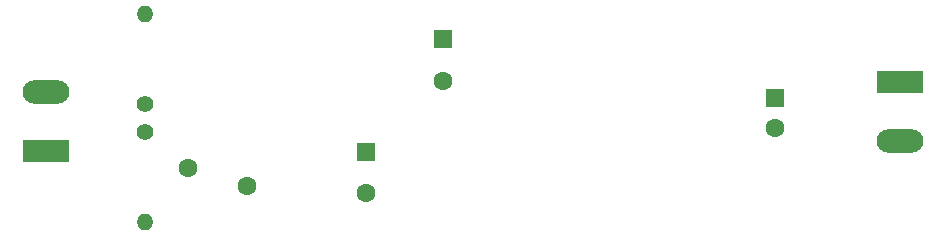
<source format=gbr>
G04 #@! TF.GenerationSoftware,KiCad,Pcbnew,6.0.0-rc1-unknown-c40e921cb3~144~ubuntu20.04.1*
G04 #@! TF.CreationDate,2021-11-22T05:53:21+02:00*
G04 #@! TF.ProjectId,PSU-NONISOLATED,5053552d-4e4f-44e4-9953-4f4c41544544,rev?*
G04 #@! TF.SameCoordinates,Original*
G04 #@! TF.FileFunction,Soldermask,Bot*
G04 #@! TF.FilePolarity,Negative*
%FSLAX46Y46*%
G04 Gerber Fmt 4.6, Leading zero omitted, Abs format (unit mm)*
G04 Created by KiCad (PCBNEW 6.0.0-rc1-unknown-c40e921cb3~144~ubuntu20.04.1) date 2021-11-22 05:53:21*
%MOMM*%
%LPD*%
G01*
G04 APERTURE LIST*
%ADD10C,1.400000*%
%ADD11O,1.400000X1.400000*%
%ADD12R,1.600000X1.600000*%
%ADD13C,1.600000*%
%ADD14R,3.960000X1.980000*%
%ADD15O,3.960000X1.980000*%
G04 APERTURE END LIST*
D10*
X76300000Y-53810000D03*
D11*
X76300000Y-46190000D03*
D12*
X95000000Y-57847349D03*
D13*
X95000000Y-61347349D03*
D14*
X140200000Y-51935000D03*
D15*
X140200000Y-56935000D03*
D13*
X79900000Y-59250000D03*
X84900000Y-60750000D03*
D10*
X76300000Y-56190000D03*
D11*
X76300000Y-63810000D03*
D14*
X67900000Y-57765000D03*
D15*
X67900000Y-52765000D03*
D12*
X101500000Y-48347349D03*
D13*
X101500000Y-51847349D03*
D12*
X129600000Y-53317621D03*
D13*
X129600000Y-55817621D03*
M02*

</source>
